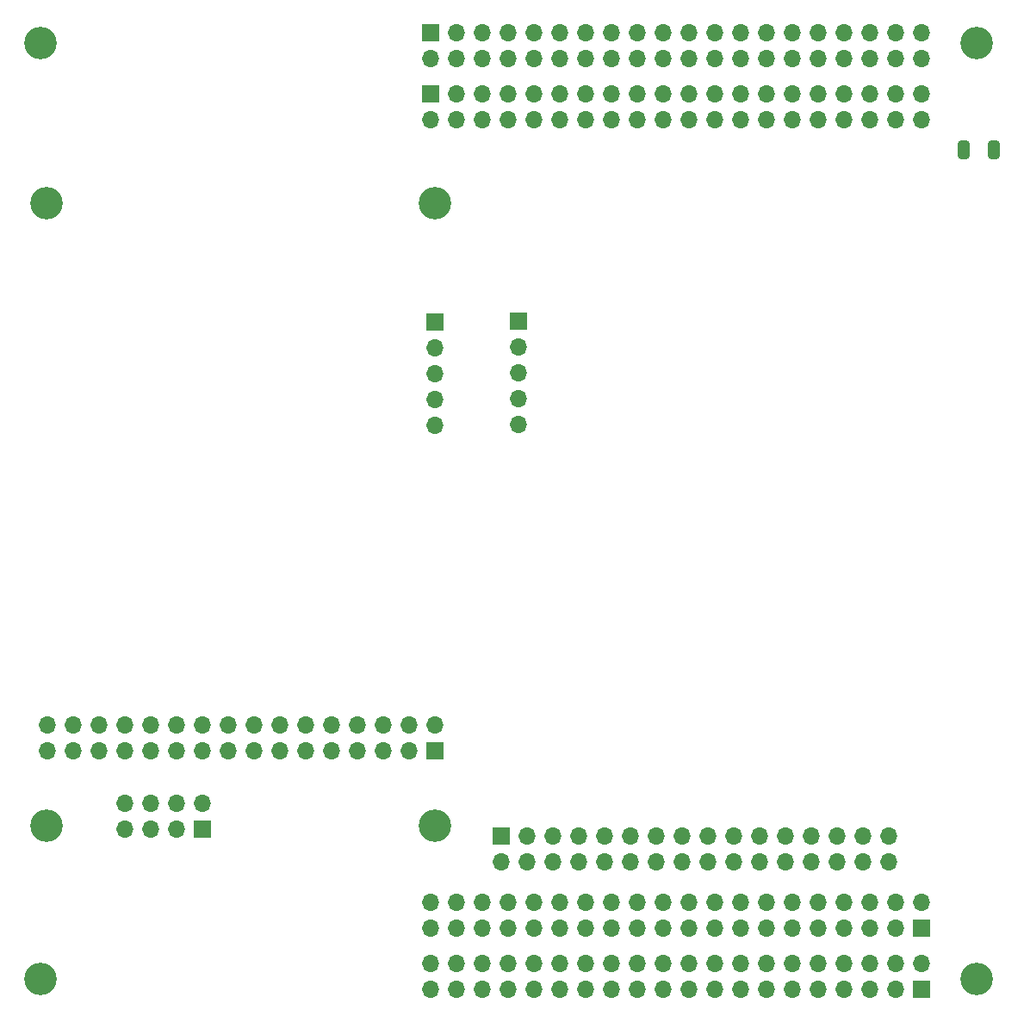
<source format=gbr>
%TF.GenerationSoftware,KiCad,Pcbnew,8.0.5-8.0.5-0~ubuntu22.04.1*%
%TF.CreationDate,2024-10-05T17:02:35+02:00*%
%TF.ProjectId,USB-Serial InputBoard,5553422d-5365-4726-9961-6c20496e7075,rev?*%
%TF.SameCoordinates,Original*%
%TF.FileFunction,Soldermask,Top*%
%TF.FilePolarity,Negative*%
%FSLAX46Y46*%
G04 Gerber Fmt 4.6, Leading zero omitted, Abs format (unit mm)*
G04 Created by KiCad (PCBNEW 8.0.5-8.0.5-0~ubuntu22.04.1) date 2024-10-05 17:02:35*
%MOMM*%
%LPD*%
G01*
G04 APERTURE LIST*
G04 Aperture macros list*
%AMRoundRect*
0 Rectangle with rounded corners*
0 $1 Rounding radius*
0 $2 $3 $4 $5 $6 $7 $8 $9 X,Y pos of 4 corners*
0 Add a 4 corners polygon primitive as box body*
4,1,4,$2,$3,$4,$5,$6,$7,$8,$9,$2,$3,0*
0 Add four circle primitives for the rounded corners*
1,1,$1+$1,$2,$3*
1,1,$1+$1,$4,$5*
1,1,$1+$1,$6,$7*
1,1,$1+$1,$8,$9*
0 Add four rect primitives between the rounded corners*
20,1,$1+$1,$2,$3,$4,$5,0*
20,1,$1+$1,$4,$5,$6,$7,0*
20,1,$1+$1,$6,$7,$8,$9,0*
20,1,$1+$1,$8,$9,$2,$3,0*%
G04 Aperture macros list end*
%ADD10C,3.200000*%
%ADD11R,1.700000X1.700000*%
%ADD12O,1.700000X1.700000*%
%ADD13RoundRect,0.250000X-0.325000X-0.650000X0.325000X-0.650000X0.325000X0.650000X-0.325000X0.650000X0*%
G04 APERTURE END LIST*
D10*
%TO.C,H10*%
X54565000Y-130910000D03*
%TD*%
D11*
%TO.C,J8*%
X99300000Y-131960000D03*
D12*
X99300000Y-134500000D03*
X101840000Y-131960000D03*
X101840000Y-134500000D03*
X104380000Y-131960000D03*
X104380000Y-134500000D03*
X106920000Y-131960000D03*
X106920000Y-134500000D03*
X109460000Y-131960000D03*
X109460000Y-134500000D03*
X112000000Y-131960000D03*
X112000000Y-134500000D03*
X114540000Y-131960000D03*
X114540000Y-134500000D03*
X117080000Y-131960000D03*
X117080000Y-134500000D03*
X119620000Y-131960000D03*
X119620000Y-134500000D03*
X122160000Y-131960000D03*
X122160000Y-134500000D03*
X124700000Y-131960000D03*
X124700000Y-134500000D03*
X127240000Y-131960000D03*
X127240000Y-134500000D03*
X129780000Y-131960000D03*
X129780000Y-134500000D03*
X132320000Y-131960000D03*
X132320000Y-134500000D03*
X134860000Y-131960000D03*
X134860000Y-134500000D03*
X137400000Y-131960000D03*
X137400000Y-134500000D03*
%TD*%
D10*
%TO.C,H9*%
X92775000Y-130910000D03*
%TD*%
D11*
%TO.C,J1*%
X92367000Y-53000000D03*
D12*
X92367000Y-55540000D03*
X94907000Y-53000000D03*
X94907000Y-55540000D03*
X97447000Y-53000000D03*
X97447000Y-55540000D03*
X99987000Y-53000000D03*
X99987000Y-55540000D03*
X102527000Y-53000000D03*
X102527000Y-55540000D03*
X105067000Y-53000000D03*
X105067000Y-55540000D03*
X107607000Y-53000000D03*
X107607000Y-55540000D03*
X110147000Y-53000000D03*
X110147000Y-55540000D03*
X112687000Y-53000000D03*
X112687000Y-55540000D03*
X115227000Y-53000000D03*
X115227000Y-55540000D03*
X117767000Y-53000000D03*
X117767000Y-55540000D03*
X120307000Y-53000000D03*
X120307000Y-55540000D03*
X122847000Y-53000000D03*
X122847000Y-55540000D03*
X125387000Y-53000000D03*
X125387000Y-55540000D03*
X127927000Y-53000000D03*
X127927000Y-55540000D03*
X130467000Y-53000000D03*
X130467000Y-55540000D03*
X133007000Y-53000000D03*
X133007000Y-55540000D03*
X135547000Y-53000000D03*
X135547000Y-55540000D03*
X138087000Y-53000000D03*
X138087000Y-55540000D03*
X140627000Y-53000000D03*
X140627000Y-55540000D03*
%TD*%
D13*
%TO.C,C3*%
X144725000Y-64500000D03*
X147675000Y-64500000D03*
%TD*%
D11*
%TO.C,J4*%
X140627000Y-141000000D03*
D12*
X140627000Y-138460000D03*
X138087000Y-141000000D03*
X138087000Y-138460000D03*
X135547000Y-141000000D03*
X135547000Y-138460000D03*
X133007000Y-141000000D03*
X133007000Y-138460000D03*
X130467000Y-141000000D03*
X130467000Y-138460000D03*
X127927000Y-141000000D03*
X127927000Y-138460000D03*
X125387000Y-141000000D03*
X125387000Y-138460000D03*
X122847000Y-141000000D03*
X122847000Y-138460000D03*
X120307000Y-141000000D03*
X120307000Y-138460000D03*
X117767000Y-141000000D03*
X117767000Y-138460000D03*
X115227000Y-141000000D03*
X115227000Y-138460000D03*
X112687000Y-141000000D03*
X112687000Y-138460000D03*
X110147000Y-141000000D03*
X110147000Y-138460000D03*
X107607000Y-141000000D03*
X107607000Y-138460000D03*
X105067000Y-141000000D03*
X105067000Y-138460000D03*
X102527000Y-141000000D03*
X102527000Y-138460000D03*
X99987000Y-141000000D03*
X99987000Y-138460000D03*
X97447000Y-141000000D03*
X97447000Y-138460000D03*
X94907000Y-141000000D03*
X94907000Y-138460000D03*
X92367000Y-141000000D03*
X92367000Y-138460000D03*
%TD*%
D11*
%TO.C,J2*%
X140627000Y-147000000D03*
D12*
X140627000Y-144460000D03*
X138087000Y-147000000D03*
X138087000Y-144460000D03*
X135547000Y-147000000D03*
X135547000Y-144460000D03*
X133007000Y-147000000D03*
X133007000Y-144460000D03*
X130467000Y-147000000D03*
X130467000Y-144460000D03*
X127927000Y-147000000D03*
X127927000Y-144460000D03*
X125387000Y-147000000D03*
X125387000Y-144460000D03*
X122847000Y-147000000D03*
X122847000Y-144460000D03*
X120307000Y-147000000D03*
X120307000Y-144460000D03*
X117767000Y-147000000D03*
X117767000Y-144460000D03*
X115227000Y-147000000D03*
X115227000Y-144460000D03*
X112687000Y-147000000D03*
X112687000Y-144460000D03*
X110147000Y-147000000D03*
X110147000Y-144460000D03*
X107607000Y-147000000D03*
X107607000Y-144460000D03*
X105067000Y-147000000D03*
X105067000Y-144460000D03*
X102527000Y-147000000D03*
X102527000Y-144460000D03*
X99987000Y-147000000D03*
X99987000Y-144460000D03*
X97447000Y-147000000D03*
X97447000Y-144460000D03*
X94907000Y-147000000D03*
X94907000Y-144460000D03*
X92367000Y-147000000D03*
X92367000Y-144460000D03*
%TD*%
D10*
%TO.C,H3*%
X146000000Y-54000000D03*
%TD*%
D11*
%TO.C,J7*%
X69890000Y-131285000D03*
D12*
X69890000Y-128745000D03*
X67350000Y-131285000D03*
X67350000Y-128745000D03*
X64810000Y-131285000D03*
X64810000Y-128745000D03*
X62270000Y-131285000D03*
X62270000Y-128745000D03*
%TD*%
D11*
%TO.C,J3*%
X92367000Y-59000000D03*
D12*
X92367000Y-61540000D03*
X94907000Y-59000000D03*
X94907000Y-61540000D03*
X97447000Y-59000000D03*
X97447000Y-61540000D03*
X99987000Y-59000000D03*
X99987000Y-61540000D03*
X102527000Y-59000000D03*
X102527000Y-61540000D03*
X105067000Y-59000000D03*
X105067000Y-61540000D03*
X107607000Y-59000000D03*
X107607000Y-61540000D03*
X110147000Y-59000000D03*
X110147000Y-61540000D03*
X112687000Y-59000000D03*
X112687000Y-61540000D03*
X115227000Y-59000000D03*
X115227000Y-61540000D03*
X117767000Y-59000000D03*
X117767000Y-61540000D03*
X120307000Y-59000000D03*
X120307000Y-61540000D03*
X122847000Y-59000000D03*
X122847000Y-61540000D03*
X125387000Y-59000000D03*
X125387000Y-61540000D03*
X127927000Y-59000000D03*
X127927000Y-61540000D03*
X130467000Y-59000000D03*
X130467000Y-61540000D03*
X133007000Y-59000000D03*
X133007000Y-61540000D03*
X135547000Y-59000000D03*
X135547000Y-61540000D03*
X138087000Y-59000000D03*
X138087000Y-61540000D03*
X140627000Y-59000000D03*
X140627000Y-61540000D03*
%TD*%
D11*
%TO.C,J6*%
X92750000Y-81435000D03*
D12*
X92750000Y-83975000D03*
X92750000Y-86515000D03*
X92750000Y-89055000D03*
X92750000Y-91595000D03*
%TD*%
D11*
%TO.C,J5*%
X92750000Y-123535000D03*
D12*
X92750000Y-120995000D03*
X90210000Y-123535000D03*
X90210000Y-120995000D03*
X87670000Y-123535000D03*
X87670000Y-120995000D03*
X85130000Y-123535000D03*
X85130000Y-120995000D03*
X82590000Y-123535000D03*
X82590000Y-120995000D03*
X80050000Y-123535000D03*
X80050000Y-120995000D03*
X77510000Y-123535000D03*
X77510000Y-120995000D03*
X74970000Y-123535000D03*
X74970000Y-120995000D03*
X72430000Y-123535000D03*
X72430000Y-120995000D03*
X69890000Y-123535000D03*
X69890000Y-120995000D03*
X67350000Y-123535000D03*
X67350000Y-120995000D03*
X64810000Y-123535000D03*
X64810000Y-120995000D03*
X62270000Y-123535000D03*
X62270000Y-120995000D03*
X59730000Y-123535000D03*
X59730000Y-120995000D03*
X57190000Y-123535000D03*
X57190000Y-120995000D03*
X54650000Y-123535000D03*
X54650000Y-120995000D03*
%TD*%
D10*
%TO.C,H7*%
X92775000Y-69690000D03*
%TD*%
D11*
%TO.C,J9*%
X101000000Y-81340000D03*
D12*
X101000000Y-83880000D03*
X101000000Y-86420000D03*
X101000000Y-88960000D03*
X101000000Y-91500000D03*
%TD*%
D10*
%TO.C,H1*%
X54000000Y-54000000D03*
%TD*%
%TO.C,H2*%
X54000000Y-146000000D03*
%TD*%
%TO.C,H8*%
X54565000Y-69690000D03*
%TD*%
%TO.C,H4*%
X146000000Y-146000000D03*
%TD*%
M02*

</source>
